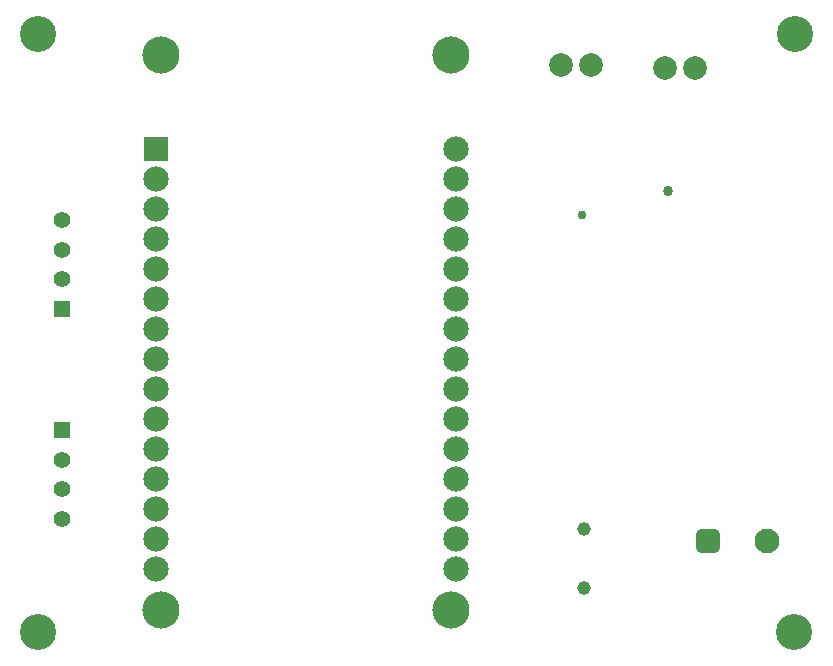
<source format=gbs>
G04*
G04 #@! TF.GenerationSoftware,Altium Limited,Altium Designer,24.0.1 (36)*
G04*
G04 Layer_Color=16711935*
%FSLAX44Y44*%
%MOMM*%
G71*
G04*
G04 #@! TF.SameCoordinates,FD3C0853-ED46-42AC-B4CA-2F3423561DDA*
G04*
G04*
G04 #@! TF.FilePolarity,Negative*
G04*
G01*
G75*
%ADD35C,1.4000*%
%ADD36R,1.4000X1.4000*%
%ADD37C,1.1500*%
G04:AMPARAMS|DCode=38|XSize=2.1mm|YSize=2.1mm|CornerRadius=0.5625mm|HoleSize=0mm|Usage=FLASHONLY|Rotation=0.000|XOffset=0mm|YOffset=0mm|HoleType=Round|Shape=RoundedRectangle|*
%AMROUNDEDRECTD38*
21,1,2.1000,0.9750,0,0,0.0*
21,1,0.9750,2.1000,0,0,0.0*
1,1,1.1250,0.4875,-0.4875*
1,1,1.1250,-0.4875,-0.4875*
1,1,1.1250,-0.4875,0.4875*
1,1,1.1250,0.4875,0.4875*
%
%ADD38ROUNDEDRECTD38*%
%ADD39C,2.1000*%
%ADD40C,3.1500*%
%ADD41C,2.1500*%
%ADD42R,2.1500X2.1500*%
%ADD43C,2.0000*%
%ADD44C,3.0500*%
%ADD45C,0.7500*%
%ADD46C,0.8612*%
D35*
X405580Y955710D02*
D03*
Y930710D02*
D03*
Y905710D02*
D03*
Y703110D02*
D03*
Y728110D02*
D03*
Y753110D02*
D03*
D36*
Y880710D02*
D03*
Y778110D02*
D03*
D37*
X846910Y694210D02*
D03*
Y644210D02*
D03*
D38*
X952500Y684530D02*
D03*
D39*
X1002500D02*
D03*
D40*
X489340Y1095600D02*
D03*
X734440D02*
D03*
Y626100D02*
D03*
X489340D02*
D03*
D41*
X739140Y660400D02*
D03*
Y685800D02*
D03*
Y711200D02*
D03*
Y736600D02*
D03*
Y762000D02*
D03*
Y787400D02*
D03*
Y812800D02*
D03*
Y838200D02*
D03*
Y863600D02*
D03*
Y889000D02*
D03*
Y914400D02*
D03*
Y939800D02*
D03*
Y965200D02*
D03*
Y990600D02*
D03*
Y1016000D02*
D03*
X485140Y660400D02*
D03*
Y685800D02*
D03*
Y711200D02*
D03*
Y736600D02*
D03*
Y762000D02*
D03*
Y787400D02*
D03*
Y812800D02*
D03*
Y838200D02*
D03*
Y863600D02*
D03*
Y889000D02*
D03*
Y914400D02*
D03*
Y939800D02*
D03*
Y965200D02*
D03*
Y990600D02*
D03*
D42*
Y1016000D02*
D03*
D43*
X941070Y1084580D02*
D03*
X915670D02*
D03*
X853440Y1087120D02*
D03*
X828040D02*
D03*
D44*
X384810Y1113790D02*
D03*
Y607060D02*
D03*
X1024890D02*
D03*
X1026160Y1113790D02*
D03*
D45*
X845820Y960120D02*
D03*
D46*
X918210Y980440D02*
D03*
M02*

</source>
